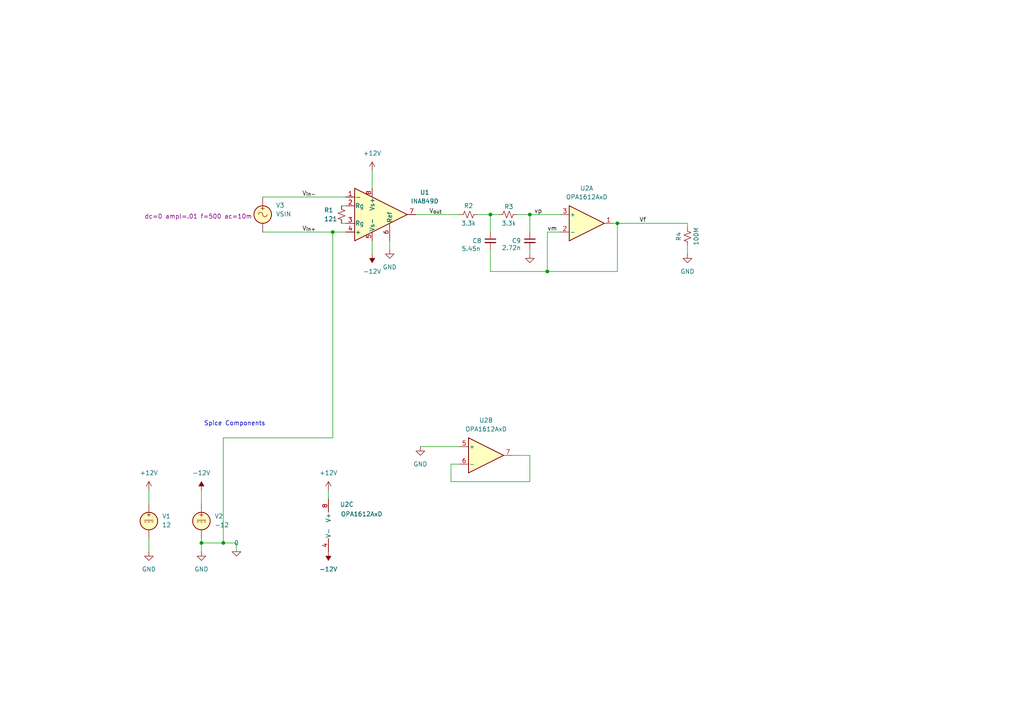
<source format=kicad_sch>
(kicad_sch (version 20250114) (generator "eeschema") (generator_version "9.0")
  (paper "A4")
  (lib_symbols
    (symbol "Amplifier_Operational:OPA1612AxD" (pin_names (offset 0.127))
      (property "Reference" "U" (at 0 5.08 0))
      (property "Value" "OPA1612AxD" (at 0 -5.08 0))
      (symbol "OPA1612AxD_1_1"
        (polyline (pts (xy -5.08 5.08) (xy 5.08 0) (xy -5.08 -5.08) (xy -5.08 5.08)) (stroke (width 0.254)) (fill (type background)))
        (pin input line (at -7.62 2.54 0) (length 2.54) (name "+") (number "3"))
        (pin input line (at -7.62 -2.54 0) (length 2.54) (name "-") (number "2"))
        (pin output line (at 7.62 0 180) (length 2.54) (name "~") (number "1"))
      )
      (symbol "OPA1612AxD_2_1"
        (polyline (pts (xy -5.08 5.08) (xy 5.08 0) (xy -5.08 -5.08) (xy -5.08 5.08)) (stroke (width 0.254)) (fill (type background)))
        (pin input line (at -7.62 2.54 0) (length 2.54) (name "+") (number "5"))
        (pin input line (at -7.62 -2.54 0) (length 2.54) (name "-") (number "6"))
        (pin output line (at 7.62 0 180) (length 2.54) (name "~") (number "7"))
      )
      (symbol "OPA1612AxD_3_1"
        (pin power_in line (at -2.54 7.62 270) (length 3.81) (name "V+") (number "8"))
        (pin power_in line (at -2.54 -7.62 90) (length 3.81) (name "V-") (number "4"))
      )
    )
    (symbol "Device:C_Small" (pin_numbers (hide yes)) (pin_names (offset 0.254) (hide yes))
      (property "Reference" "C" (at 0.254 1.778 0))
      (property "Value" "C_Small" (at 0.254 -2.032 0))
      (symbol "C_Small_0_1"
        (polyline (pts (xy -1.524 0.508) (xy 1.524 0.508)) (stroke (width 0.3048)))
        (polyline (pts (xy -1.524 -0.508) (xy 1.524 -0.508)) (stroke (width 0.3302)))
      )
      (symbol "C_Small_1_1"
        (pin passive line (at 0 2.54 270) (length 2.032) (name "~") (number "1"))
        (pin passive line (at 0 -2.54 90) (length 2.032) (name "~") (number "2"))
      )
    )
    (symbol "Device:R_Small_US" (pin_numbers (hide yes)) (pin_names (offset 0.254) (hide yes))
      (property "Reference" "R" (at 0.762 0.508 0))
      (property "Value" "R_Small_US" (at 0.762 -1.016 0))
      (symbol "R_Small_US_1_1"
        (polyline (pts (xy 0 1.524) (xy 1.016 1.143) (xy 0 0.762) (xy -1.016 0.381) (xy 0 0)))
        (polyline (pts (xy 0 0) (xy 1.016 -0.381) (xy 0 -0.762) (xy -1.016 -1.143) (xy 0 -1.524)))
        (pin passive line (at 0 2.54 270) (length 1.016) (name "~") (number "1"))
        (pin passive line (at 0 -2.54 90) (length 1.016) (name "~") (number "2"))
      )
    )
    (symbol "Link-Components:INA849D" (pin_names (offset 0.127))
      (property "Reference" "U1" (at 8.382 7.366 0))
      (property "Value" "INA849D" (at 8.382 4.826 0))
      (symbol "INA849D_0_1"
        (polyline (pts (xy -5.08 7.62) (xy -5.08 -7.62) (xy 10.16 0) (xy -5.08 7.62)) (stroke (width 0.254)) (fill (type background)))
      )
      (symbol "INA849D_1_1"
        (pin input line (at -7.62 5.08 0) (length 2.54) (name "-") (number "1"))
        (pin passive line (at -7.62 2.54 0) (length 2.54) (name "Rg") (number "2"))
        (pin passive line (at -7.62 -2.54 0) (length 2.54) (name "Rg") (number "3"))
        (pin input line (at -7.62 -5.08 0) (length 2.54) (name "+") (number "4"))
        (pin power_in line (at 0 7.62 270) (length 2.54) (name "Vs+") (number "8"))
        (pin power_in line (at 0 -7.62 90) (length 2.54) (name "Vs-") (number "5"))
        (pin passive line (at 5.08 -7.62 90) (length 5.08) (name "Ref") (number "6"))
        (pin output line (at 12.7 0 180) (length 2.54) (name "~") (number "7"))
      )
    )
    (symbol "Simulation_SPICE:0" (power) (pin_numbers (hide yes)) (pin_names (offset 0) (hide yes))
      (property "Value" "0" (at 0 -2.54 0))
      (symbol "0_0_1"
        (polyline (pts (xy -1.27 0) (xy 0 -1.27) (xy 1.27 0) (xy -1.27 0)))
      )
      (symbol "0_1_1"
        (pin power_in line (at 0 0 0) (length 0) (name "~") (number "1"))
      )
    )
    (symbol "Simulation_SPICE:VDC" (pin_numbers (hide yes)) (pin_names (offset 0.0254))
      (property "Reference" "V" (at 2.54 2.54 0))
      (property "Value" "1" (at 2.54 0 0))
      (symbol "VDC_0_0"
        (polyline (pts (xy -1.27 0.254) (xy 1.27 0.254)))
        (polyline (pts (xy -0.762 -0.254) (xy -1.27 -0.254)))
        (polyline (pts (xy 0.254 -0.254) (xy -0.254 -0.254)))
        (polyline (pts (xy 1.27 -0.254) (xy 0.762 -0.254)))
        (text "+" (at 0 1.905 0) (effects (font (size 1.27 1.27))))
      )
      (symbol "VDC_0_1"
        (circle (center 0 0) (radius 2.54) (stroke (width 0.254)) (fill (type background)))
      )
      (symbol "VDC_1_1"
        (pin passive line (at 0 5.08 270) (length 2.54) (name "~") (number "1"))
        (pin passive line (at 0 -5.08 90) (length 2.54) (name "~") (number "2"))
      )
    )
    (symbol "Simulation_SPICE:VSIN" (pin_numbers (hide yes)) (pin_names (offset 0.0254))
      (property "Reference" "V" (at 2.54 2.54 0))
      (property "Value" "VSIN" (at 2.54 0 0))
      (property "Sim.Params" "dc=0 ampl=1 f=1k ac=1" (at 2.54 -2.54 0))
      (symbol "VSIN_0_0"
        (arc (start -1.27 0) (mid -0.635 0.6323) (end 0 0))
        (arc (start 1.27 0) (mid 0.635 -0.6323) (end 0 0))
        (text "+" (at 0 1.905 0) (effects (font (size 1.27 1.27))))
      )
      (symbol "VSIN_0_1"
        (circle (center 0 0) (radius 2.54) (stroke (width 0.254)) (fill (type background)))
      )
      (symbol "VSIN_1_1"
        (pin passive line (at 0 5.08 270) (length 2.54) (name "~") (number "1"))
        (pin passive line (at 0 -5.08 90) (length 2.54) (name "~") (number "2"))
      )
    )
    (symbol "power:+12V" (power) (pin_numbers (hide yes)) (pin_names (offset 0) (hide yes))
      (property "Value" "+12V" (at 0 3.556 0))
      (symbol "+12V_0_1"
        (polyline (pts (xy -0.762 1.27) (xy 0 2.54)))
        (polyline (pts (xy 0 2.54) (xy 0.762 1.27)))
        (polyline (pts (xy 0 0) (xy 0 2.54)))
      )
      (symbol "+12V_1_1"
        (pin power_in line (at 0 0 90) (length 0) (name "~") (number "1"))
      )
    )
    (symbol "power:-12V" (power) (pin_numbers (hide yes)) (pin_names (offset 0) (hide yes))
      (property "Value" "-12V" (at 0 3.556 0))
      (symbol "-12V_0_0"
        (pin power_in line (at 0 0 90) (length 0) (name "~") (number "1"))
      )
      (symbol "-12V_0_1"
        (polyline (pts (xy 0 0) (xy 0 1.27) (xy 0.762 1.27) (xy 0 2.54) (xy -0.762 1.27) (xy 0 1.27)) (fill (type outline)))
      )
    )
    (symbol "power:GND" (power) (pin_numbers (hide yes)) (pin_names (offset 0) (hide yes))
      (property "Value" "GND" (at 0 -3.81 0))
      (symbol "GND_0_1"
        (polyline (pts (xy 0 0) (xy 0 -1.27) (xy 1.27 -1.27) (xy 0 -2.54) (xy -1.27 -1.27) (xy 0 -1.27)))
      )
      (symbol "GND_1_1"
        (pin power_in line (at 0 0 270) (length 0) (name "~") (number "1"))
      )
    )
  )
  (text "Spice Components\n" (at 68.072 122.936 0) (effects (font (size 1.27 1.27))))
  (junction (at 64.77 157.48))
  (junction (at 153.67 62.23))
  (junction (at 142.24 62.23))
  (junction (at 96.52 67.31))
  (junction (at 158.75 78.74))
  (junction (at 179.07 64.77))
  (junction (at 58.42 157.48))
  (wire (pts (xy 96.52 67.31) (xy 96.52 127)))
  (wire (pts (xy 179.07 64.77) (xy 179.07 78.74)))
  (wire (pts (xy 64.77 127) (xy 64.77 157.48)))
  (wire (pts (xy 153.67 72.39) (xy 153.67 73.66)))
  (wire (pts (xy 153.67 139.7) (xy 153.67 132.08)))
  (wire (pts (xy 113.03 69.85) (xy 113.03 72.39)))
  (wire (pts (xy 162.56 67.31) (xy 158.75 67.31)))
  (wire (pts (xy 153.67 62.23) (xy 162.56 62.23)))
  (wire (pts (xy 199.39 66.04) (xy 199.39 64.77)))
  (wire (pts (xy 133.35 134.62) (xy 130.81 134.62)))
  (wire (pts (xy 43.18 156.21) (xy 43.18 160.02)))
  (wire (pts (xy 142.24 72.39) (xy 142.24 78.74)))
  (wire (pts (xy 107.95 69.85) (xy 107.95 73.66)))
  (wire (pts (xy 107.95 49.53) (xy 107.95 54.61)))
  (wire (pts (xy 96.52 127) (xy 64.77 127)))
  (wire (pts (xy 95.25 142.24) (xy 95.25 144.78)))
  (wire (pts (xy 121.92 129.54) (xy 133.35 129.54)))
  (wire (pts (xy 120.65 62.23) (xy 133.35 62.23)))
  (wire (pts (xy 142.24 62.23) (xy 144.78 62.23)))
  (wire (pts (xy 138.43 62.23) (xy 142.24 62.23)))
  (wire (pts (xy 130.81 134.62) (xy 130.81 139.7)))
  (wire (pts (xy 58.42 157.48) (xy 58.42 160.02)))
  (wire (pts (xy 99.06 64.77) (xy 100.33 64.77)))
  (wire (pts (xy 199.39 71.12) (xy 199.39 73.66)))
  (wire (pts (xy 68.58 157.48) (xy 64.77 157.48)))
  (wire (pts (xy 58.42 142.24) (xy 58.42 146.05)))
  (wire (pts (xy 179.07 64.77) (xy 199.39 64.77)))
  (wire (pts (xy 76.2 67.31) (xy 96.52 67.31)))
  (wire (pts (xy 142.24 78.74) (xy 158.75 78.74)))
  (wire (pts (xy 142.24 62.23) (xy 142.24 67.31)))
  (wire (pts (xy 58.42 156.21) (xy 58.42 157.48)))
  (wire (pts (xy 99.06 59.69) (xy 100.33 59.69)))
  (wire (pts (xy 179.07 64.77) (xy 177.8 64.77)))
  (wire (pts (xy 43.18 142.24) (xy 43.18 146.05)))
  (wire (pts (xy 64.77 157.48) (xy 58.42 157.48)))
  (wire (pts (xy 158.75 78.74) (xy 179.07 78.74)))
  (wire (pts (xy 149.86 62.23) (xy 153.67 62.23)))
  (wire (pts (xy 158.75 67.31) (xy 158.75 78.74)))
  (wire (pts (xy 68.58 160.02) (xy 68.58 157.48)))
  (wire (pts (xy 153.67 132.08) (xy 148.59 132.08)))
  (wire (pts (xy 130.81 139.7) (xy 153.67 139.7)))
  (wire (pts (xy 153.67 62.23) (xy 153.67 67.31)))
  (wire (pts (xy 76.2 57.15) (xy 100.33 57.15)))
  (wire (pts (xy 96.52 67.31) (xy 100.33 67.31)))
  (label "vp" (at 154.94 62.23 0))
  (label "V_{out}" (at 124.46 62.23 0))
  (label "vm" (at 158.75 67.31 0))
  (label "V_{in+}" (at 87.63 67.31 0))
  (label "V_{in-}" (at 87.63 57.15 0))
  (label "Vf" (at 185.42 64.77 0))
  (symbol (lib_id "power:GND") (at 43.18 160.02 0) (unit 1)
    (property "Reference" "#PWR03" (effects (hide yes)))
    (property "Value" "GND" (at 43.18 165.1 0))
    (property "Description" "Power symbol creates a global label with name \"GND\" , ground" (effects (hide yes)))
  )
  (symbol (lib_id "power:GND") (at 121.92 129.54 0) (unit 1)
    (property "Reference" "#PWR011" (effects (hide yes)))
    (property "Value" "GND" (at 121.92 134.62 0))
    (property "Description" "Power symbol creates a global label with name \"GND\" , ground" (effects (hide yes)))
  )
  (symbol (lib_id "Device:R_Small_US") (at 135.89 62.23 90) (unit 1)
    (property "Reference" "R2" (at 135.89 59.69 90))
    (property "Value" "3.3k" (at 135.89 64.77 90))
    (property "Footprint" "Resistor_SMD:R_0603_1608Metric" (effects (hide yes)))
    (property "Description" "Resistor, small US symbol" (effects (hide yes)))
    (property "Sim.Device" "R" (effects (hide yes)))
    (property "Sim.Pins" "1=+ 2=-" (effects (hide yes)))
  )
  (symbol (lib_id "power:-12V") (at 107.95 73.66 180) (unit 1)
    (property "Reference" "#PWR06" (effects (hide yes)))
    (property "Value" "-12V" (at 107.95 78.74 0))
    (property "Description" "Power symbol creates a global label with name \"-12V\"" (effects (hide yes)))
  )
  (symbol (lib_id "Device:R_Small_US") (at 147.32 62.23 90) (unit 1)
    (property "Reference" "R3" (at 147.574 59.944 90))
    (property "Value" "3.3k" (at 147.574 64.77 90))
    (property "Footprint" "Resistor_SMD:R_0603_1608Metric" (effects (hide yes)))
    (property "Description" "Resistor, small US symbol" (effects (hide yes)))
    (property "Sim.Device" "R" (effects (hide yes)))
    (property "Sim.Pins" "1=+ 2=-" (effects (hide yes)))
  )
  (symbol (lib_id "power:+12V") (at 95.25 142.24 0) (unit 1)
    (property "Reference" "#PWR09" (effects (hide yes)))
    (property "Value" "+12V" (at 95.25 137.16 0))
    (property "Description" "Power symbol creates a global label with name \"+12V\"" (effects (hide yes)))
  )
  (symbol (lib_id "Link-Components:INA849D") (at 107.95 62.23 0) (unit 1)
    (property "Reference" "U1" (at 123.19 55.8098 0))
    (property "Value" "INA849D" (at 123.19 58.3498 0))
    (property "Datasheet" "https://www.ti.com/lit/ds/symlink/ina849.pdf" (effects (hide yes)))
    (property "Description" "Ultra-Low-Noise (1 nV/√Hz), 28 MHz Bandwidth, Instrumentation Amplifier, Supply Range 8V to 36V, SOIC-8" (effects (hide yes)))
    (property "Sim.Library" "/home/abalmos/git/oats/avena-rs/schematics/libraries/spice/INA849.LIB" (effects (hide yes)))
    (property "Sim.Name" "INA849" (effects (hide yes)))
    (property "Sim.Device" "SUBCKT" (effects (hide yes)))
    (property "Sim.Pins" "1=IN- 2=RG+ 3=RG- 4=IN+ 5=VEE 6=REF 7=OUT 8=VCC" (effects (hide yes)))
  )
  (symbol (lib_id "power:GND") (at 113.03 72.39 0) (unit 1)
    (property "Reference" "#PWR07" (effects (hide yes)))
    (property "Value" "GND" (at 113.03 77.47 0))
    (property "Description" "Power symbol creates a global label with name \"GND\" , ground" (effects (hide yes)))
  )
  (symbol (lib_id "Simulation_SPICE:VDC") (at 43.18 151.13 0) (unit 1)
    (property "Reference" "V1" (at 46.99 149.7301 0) (effects (justify left)))
    (property "Value" "12" (at 46.99 152.2701 0) (effects (justify left)))
    (property "Datasheet" "https://ngspice.sourceforge.io/docs/ngspice-html-manual/manual.xhtml#sec_Independent_Sources_for" (effects (hide yes)))
    (property "Description" "Voltage source, DC" (effects (hide yes)))
    (property "Sim.Pins" "1=+ 2=-" (effects (hide yes)))
    (property "Sim.Type" "DC" (effects (hide yes)))
    (property "Sim.Device" "V" (effects (hide yes)))
  )
  (symbol (lib_id "power:GND") (at 199.39 73.66 0) (unit 1)
    (property "Reference" "#PWR010" (effects (hide yes)))
    (property "Value" "GND" (at 199.39 78.74 0))
    (property "Description" "Power symbol creates a global label with name \"GND\" , ground" (effects (hide yes)))
  )
  (symbol (lib_id "power:GND") (at 153.67 73.66 0) (unit 1)
    (property "Reference" "#PWR021" (effects (hide yes)))
    (property "Value" "GND" (effects (hide yes)))
    (property "Description" "Power symbol creates a global label with name \"GND\" , ground" (effects (hide yes)))
  )
  (symbol (lib_id "Amplifier_Operational:OPA1612AxD") (at 97.79 152.4 0) (unit 3)
    (property "Reference" "U2" (at 100.584 146.304 0))
    (property "Value" "OPA1612AxD" (at 104.902 149.098 0))
    (property "Footprint" "Link_Footprints:OPA1612" (effects (hide yes)))
    (property "Datasheet" "http://www.ti.com/lit/ds/symlink/opa1612.pdf" (effects (hide yes)))
    (property "Description" "Dual SoundPlus High Performance, Bipolar-Input Audio Operational Amplifiers, SOIC-8" (effects (hide yes)))
    (property "Sim.Library" "/home/abalmos/git/oats/avena-rs/schematics/libraries/spice/OPA1612.LIB" (effects (hide yes)))
    (property "Sim.Name" "OPA1612" (effects (hide yes)))
    (property "Sim.Device" "SUBCKT" (effects (hide yes)))
    (property "Sim.Pins" "1=OUT1 2=IN1- 3=IN1+ 4=VEE 5=IN2+ 6=IN2- 7=OUT2 8=VCC" (effects (hide yes)))
  )
  (symbol (lib_id "Amplifier_Operational:OPA1612AxD") (at 170.18 64.77 0) (unit 1)
    (property "Reference" "U2" (at 170.18 54.61 0))
    (property "Value" "OPA1612AxD" (at 170.18 57.15 0))
    (property "Footprint" "Link_Footprints:OPA1612" (effects (hide yes)))
    (property "Datasheet" "http://www.ti.com/lit/ds/symlink/opa1612.pdf" (effects (hide yes)))
    (property "Description" "Dual SoundPlus High Performance, Bipolar-Input Audio Operational Amplifiers, SOIC-8" (effects (hide yes)))
    (property "Sim.Library" "/home/abalmos/git/oats/avena-rs/schematics/libraries/spice/OPA1612.LIB" (effects (hide yes)))
    (property "Sim.Name" "OPA1612" (effects (hide yes)))
    (property "Sim.Device" "SUBCKT" (effects (hide yes)))
    (property "Sim.Pins" "1=OUT1 2=IN1- 3=IN1+ 4=VEE 5=IN2+ 6=IN2- 7=OUT2 8=VCC" (effects (hide yes)))
  )
  (symbol (lib_id "Device:R_Small_US") (at 199.39 68.58 180) (unit 1)
    (property "Reference" "R4" (at 196.85 68.58 90))
    (property "Value" "100M" (at 201.93 68.58 90))
    (property "Footprint" "Resistor_SMD:R_0603_1608Metric" (effects (hide yes)))
    (property "Description" "Resistor, small US symbol" (effects (hide yes)))
    (property "Sim.Device" "R" (effects (hide yes)))
    (property "Sim.Pins" "1=+ 2=-" (effects (hide yes)))
  )
  (symbol (lib_id "Simulation_SPICE:VDC") (at 58.42 151.13 0) (unit 1)
    (property "Reference" "V2" (at 62.23 149.7301 0) (effects (justify left)))
    (property "Value" "-12" (at 62.23 152.2701 0) (effects (justify left)))
    (property "Datasheet" "https://ngspice.sourceforge.io/docs/ngspice-html-manual/manual.xhtml#sec_Independent_Sources_for" (effects (hide yes)))
    (property "Description" "Voltage source, DC" (effects (hide yes)))
    (property "Sim.Pins" "1=+ 2=-" (effects (hide yes)))
    (property "Sim.Type" "DC" (effects (hide yes)))
    (property "Sim.Device" "V" (effects (hide yes)))
  )
  (symbol (lib_id "Simulation_SPICE:0") (at 68.58 160.02 0) (unit 1)
    (property "Reference" "#GND01" (effects (hide yes)))
    (property "Value" "0" (at 68.58 157.48 0))
    (property "Datasheet" "https://ngspice.sourceforge.io/docs/ngspice-html-manual/manual.xhtml#subsec_Circuit_elements__device" (effects (hide yes)))
    (property "Description" "0V reference potential for simulation" (effects (hide yes)))
  )
  (symbol (lib_id "Device:C_Small") (at 142.24 69.85 0) (mirror y) (unit 1)
    (property "Reference" "C8" (at 139.7 69.85 0) (effects (justify left)))
    (property "Value" "5.45n" (at 139.446 72.136 0) (effects (justify left)))
    (property "Footprint" "Capacitor_SMD:C_0402_1005Metric" (effects (hide yes)))
    (property "Description" "Unpolarized capacitor, small symbol" (effects (hide yes)))
    (property "Sim.Device" "C" (effects (hide yes)))
    (property "Sim.Pins" "1=+ 2=-" (effects (hide yes)))
  )
  (symbol (lib_id "power:GND") (at 58.42 160.02 0) (unit 1)
    (property "Reference" "#PWR05" (effects (hide yes)))
    (property "Value" "GND" (at 58.42 165.1 0))
    (property "Description" "Power symbol creates a global label with name \"GND\" , ground" (effects (hide yes)))
  )
  (symbol (lib_id "Device:C_Small") (at 153.67 69.85 0) (mirror y) (unit 1)
    (property "Reference" "C9" (at 151.13 69.85 0) (effects (justify left)))
    (property "Value" "2.72n" (at 151.13 71.882 0) (effects (justify left)))
    (property "Footprint" "Capacitor_SMD:C_0402_1005Metric" (effects (hide yes)))
    (property "Description" "Unpolarized capacitor, small symbol" (effects (hide yes)))
    (property "Sim.Device" "C" (effects (hide yes)))
    (property "Sim.Pins" "1=+ 2=-" (effects (hide yes)))
  )
  (symbol (lib_id "power:-12V") (at 58.42 142.24 0) (unit 1)
    (property "Reference" "#PWR01" (effects (hide yes)))
    (property "Value" "-12V" (at 58.42 137.16 0))
    (property "Description" "Power symbol creates a global label with name \"-12V\"" (effects (hide yes)))
  )
  (symbol (lib_id "Device:R_Small_US") (at 99.06 62.23 0) (unit 1)
    (property "Reference" "R1" (at 93.98 60.96 0) (effects (justify left)))
    (property "Value" "121" (at 93.98 63.5 0) (effects (justify left)))
    (property "Description" "Resistor, small US symbol" (effects (hide yes)))
  )
  (symbol (lib_id "Simulation_SPICE:VSIN") (at 76.2 62.23 0) (unit 1)
    (property "Reference" "V3" (at 80.01 59.5601 0) (effects (justify left)))
    (property "Value" "VSIN" (at 80.01 62.1001 0) (effects (justify left)))
    (property "Datasheet" "https://ngspice.sourceforge.io/docs/ngspice-html-manual/manual.xhtml#sec_Independent_Sources_for" (effects (hide yes)))
    (property "Description" "Voltage source, sinusoidal" (effects (hide yes)))
    (property "Sim.Pins" "1=+ 2=-" (effects (hide yes)))
    (property "Sim.Params" "dc=0 ampl=.01 f=500 ac=10m" (at 41.91 62.738 0) (effects (justify left)))
    (property "Sim.Type" "SIN" (effects (hide yes)))
    (property "Sim.Device" "V" (effects (hide yes)))
  )
  (symbol (lib_id "power:+12V") (at 107.95 49.53 0) (unit 1)
    (property "Reference" "#PWR04" (effects (hide yes)))
    (property "Value" "+12V" (at 107.95 44.45 0))
    (property "Description" "Power symbol creates a global label with name \"+12V\"" (effects (hide yes)))
  )
  (symbol (lib_id "power:+12V") (at 43.18 142.24 0) (unit 1)
    (property "Reference" "#PWR02" (effects (hide yes)))
    (property "Value" "+12V" (at 43.18 137.16 0))
    (property "Description" "Power symbol creates a global label with name \"+12V\"" (effects (hide yes)))
  )
  (symbol (lib_id "Amplifier_Operational:OPA1612AxD") (at 140.97 132.08 0) (unit 2)
    (property "Reference" "U2" (at 140.97 121.92 0))
    (property "Value" "OPA1612AxD" (at 140.97 124.46 0))
    (property "Footprint" "Link_Footprints:OPA1612" (effects (hide yes)))
    (property "Datasheet" "http://www.ti.com/lit/ds/symlink/opa1612.pdf" (effects (hide yes)))
    (property "Description" "Dual SoundPlus High Performance, Bipolar-Input Audio Operational Amplifiers, SOIC-8" (effects (hide yes)))
    (property "Sim.Library" "/home/abalmos/git/oats/avena-rs/schematics/libraries/spice/OPA1612.LIB" (effects (hide yes)))
    (property "Sim.Name" "OPA1612" (effects (hide yes)))
    (property "Sim.Device" "SUBCKT" (effects (hide yes)))
    (property "Sim.Pins" "1=OUT1 2=IN1- 3=IN1+ 4=VEE 5=IN2+ 6=IN2- 7=OUT2 8=VCC" (effects (hide yes)))
  )
  (symbol (lib_id "power:-12V") (at 95.25 160.02 180) (unit 1)
    (property "Reference" "#PWR08" (effects (hide yes)))
    (property "Value" "-12V" (at 95.25 165.1 0))
    (property "Description" "Power symbol creates a global label with name \"-12V\"" (effects (hide yes)))
  )
)
</source>
